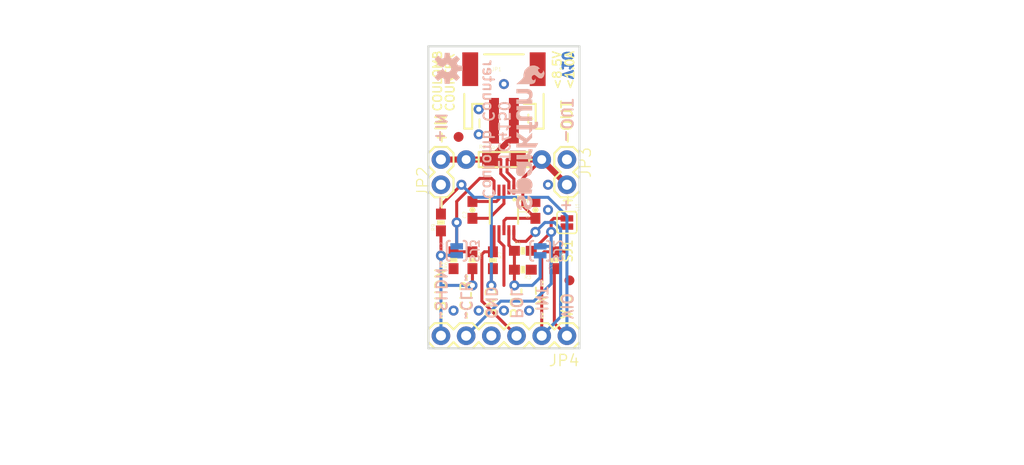
<source format=kicad_pcb>
(kicad_pcb (version 20211014) (generator pcbnew)
  (layers (0 "F.Cu" signal) (31 "B.Cu" signal) (34 "B.Paste" user) (35 "F.Paste" user) (36 "B.SilkS" user "B.Silkscreen") (37 "F.SilkS" user "F.Silkscreen") (38 "B.Mask" user) (39 "F.Mask" user) (44 "Edge.Cuts" user))
  (net 0 "")
  (net 1 "IN")
  (net 2 "N$3")
  (net 3 "N$4")
  (net 4 "~{INT}")
  (net 5 "POL")
  (net 6 "N$9")
  (net 7 "~{SHDN}")
  (net 8 "GND")
  (net 9 "OUT")
  (net 10 "VIO")
  (net 11 "~{CLR}")
  (net 12 "N$1")
  (footprint "boardEagle:1X06" (layer "F.Cu") (at 154.8511 118.9736 180)
    (fp_text reference "JP4" (at -1.3462 -1.8288 180) (layer "F.SilkS") (effects (font (size 1.143 1.143) (thickness 0.127)) (justify right top)))
    (fp_text value "")
    (fp_line (start 6.35 0.635) (end 5.715 1.27) (layer "F.SilkS") (width 0.2032))
    (fp_line (start 3.175 -1.27) (end 3.81 -0.635) (layer "F.SilkS") (width 0.2032))
    (fp_line (start 8.89 -0.635) (end 9.525 -1.27) (layer "F.SilkS") (width 0.2032))
    (fp_line (start 9.525 1.27) (end 8.89 0.635) (layer "F.SilkS") (width 0.2032))
    (fp_line (start 1.905 -1.27) (end 3.175 -1.27) (layer "F.SilkS") (width 0.2032))
    (fp_line (start 4.445 -1.27) (end 5.715 -1.27) (layer "F.SilkS") (width 0.2032))
    (fp_line (start 6.35 0.635) (end 6.985 1.27) (layer "F.SilkS") (width 0.2032))
    (fp_line (start 5.715 -1.27) (end 6.35 -0.635) (layer "F.SilkS") (width 0.2032))
    (fp_line (start 8.89 0.635) (end 8.255 1.27) (layer "F.SilkS") (width 0.2032))
    (fp_line (start 1.27 -0.635) (end 1.905 -1.27) (layer "F.SilkS") (width 0.2032))
    (fp_line (start 11.43 0.635) (end 10.795 1.27) (layer "F.SilkS") (width 0.2032))
    (fp_line (start -0.635 -1.27) (end 0.635 -1.27) (layer "F.SilkS") (width 0.2032))
    (fp_line (start 0.635 1.27) (end -0.635 1.27) (layer "F.SilkS") (width 0.2032))
    (fp_line (start 3.81 -0.635) (end 4.445 -1.27) (layer "F.SilkS") (width 0.2032))
    (fp_line (start -1.27 -0.635) (end -1.27 0.635) (layer "F.SilkS") (width 0.2032))
    (fp_line (start 3.81 0.635) (end 3.175 1.27) (layer "F.SilkS") (width 0.2032))
    (fp_line (start 6.985 -1.27) (end 8.255 -1.27) (layer "F.SilkS") (width 0.2032))
    (fp_line (start 1.27 0.635) (end 0.635 1.27) (layer "F.SilkS") (width 0.2032))
    (fp_line (start -0.635 -1.27) (end -1.27 -0.635) (layer "F.SilkS") (width 0.2032))
    (fp_line (start 12.065 -1.27) (end 13.335 -1.27) (layer "F.SilkS") (width 0.2032))
    (fp_line (start 8.255 -1.27) (end 8.89 -0.635) (layer "F.SilkS") (width 0.2032))
    (fp_line (start 9.525 -1.27) (end 10.795 -1.27) (layer "F.SilkS") (width 0.2032))
    (fp_line (start 4.445 1.27) (end 3.81 0.635) (layer "F.SilkS") (width 0.2032))
    (fp_line (start 13.97 -0.635) (end 13.97 0.635) (layer "F.SilkS") (width 0.2032))
    (fp_line (start 0.635 -1.27) (end 1.27 -0.635) (layer "F.SilkS") (width 0.2032))
    (fp_line (start 13.335 1.27) (end 12.065 1.27) (layer "F.SilkS") (width 0.2032))
    (fp_line (start 12.065 1.27) (end 11.43 0.635) (layer "F.SilkS") (width 0.2032))
    (fp_line (start 13.335 -1.27) (end 13.97 -0.635) (layer "F.SilkS") (width 0.2032))
    (fp_line (start -1.27 0.635) (end -0.635 1.27) (layer "F.SilkS") (width 0.2032))
    (fp_line (start 10.795 1.27) (end 9.525 1.27) (layer "F.SilkS") (width 0.2032))
    (fp_line (start 11.43 -0.635) (end 12.065 -1.27) (layer "F.SilkS") (width 0.2032))
    (fp_line (start 13.97 0.635) (end 13.335 1.27) (layer "F.SilkS") (width 0.2032))
    (fp_line (start 8.255 1.27) (end 6.985 1.27) (layer "F.SilkS") (width 0.2032))
    (fp_line (start 3.175 1.27) (end 1.905 1.27) (layer "F.SilkS") (width 0.2032))
    (fp_line (start 1.905 1.27) (end 1.27 0.635) (layer "F.SilkS") (width 0.2032))
    (fp_line (start 10.795 -1.27) (end 11.43 -0.635) (layer "F.SilkS") (width 0.2032))
    (fp_line (start 6.985 -1.27) (end 6.35 -0.635) (layer "F.SilkS") (width 0.2032))
    (fp_line (start 5.715 1.27) (end 4.445 1.27) (layer "F.SilkS") (width 0.2032))
    (pad "1" thru_hole circle (at 0 0 270) (size 1.8796 1.8796) (drill 1.016) (layers *.Cu *.Mask) (net 10 "VIO"))
    (pad "2" thru_hole circle (at 2.54 0 270) (size 1.8796 1.8796) (drill 1.016) (layers *.Cu *.Mask) (net 4 "~{INT}"))
    (pad "3" thru_hole circle (at 5.08 0 270) (size 1.8796 1.8796) (drill 1.016) (layers *.Cu *.Mask) (net 5 "POL"))
    (pad "4" thru_hole circle (at 7.62 0 270) (size 1.8796 1.8796) (drill 1.016) (layers *.Cu *.Mask) (net 8 "GND"))
    (pad "5" thru_hole circle (at 10.16 0 270) (size 1.8796 1.8796) (drill 1.016) (layers *.Cu *.Mask) (net 11 "~{CLR}"))
    (pad "6" thru_hole circle (at 12.7 0 270) (size 1.8796 1.8796) (drill 1.016) (layers *.Cu *.Mask) (net 7 "~{SHDN}"))
  )
  (footprint "boardEagle:SJ_2S" (layer "F.Cu") (at 154.8511 107.5436 -90)
    (fp_text reference "SJ1" (at -0.9498 -1.27 -90) (layer "F.SilkS") (effects (font (size 0.373888 0.373888) (thickness 0.032512)) (justify left bottom)))
    (fp_text value "")
    (fp_line (start 0.8 1) (end -0.8 1) (layer "F.SilkS") (width 0.1524))
    (fp_line (start 1.1 0.75) (end 1.1 -0.75) (layer "F.SilkS") (width 0.1524))
    (fp_line (start -1.1 0.75) (end -1.1 -0.75) (layer "F.SilkS") (width 0.1524))
    (fp_line (start -0.8 -1) (end 0.8 -1) (layer "F.SilkS") (width 0.1524))
    (fp_arc (start -1.1 -0.75) (mid -1.001777 -0.937132) (end -0.8 -1) (layer "F.SilkS") (width 0.1524))
    (fp_arc (start 0.8 -1) (mid 1.001777 -0.937132) (end 1.1 -0.75) (layer "F.SilkS") (width 0.1524))
    (fp_arc (start 1.1 0.75) (mid 1.001777 0.937132) (end 0.8 1) (layer "F.SilkS") (width 0.1524))
    (fp_arc (start -0.799998 1) (mid -1.001849 0.93722) (end -1.1 0.75) (layer "F.SilkS") (width 0.1524))
    (pad "1" smd rect (at -0.4119 0 270) (size 0.635 1.27) (layers "F.Cu" "F.Paste" "F.Mask") (net 11 "~{CLR}"))
    (pad "2" smd rect (at 0.4119 0 270) (size 0.635 1.27) (layers "F.Cu" "F.Paste" "F.Mask") (net 4 "~{INT}"))
  )
  (footprint "boardEagle:0603-CAP" (layer "F.Cu") (at 145.3261 106.2736 90)
    (fp_text reference "C2" (at -0.889 -0.762 90) (layer "F.SilkS") (effects (font (size 0.376489 0.376489) (thickness 0.029911)) (justify left)))
    (fp_text value "4.7uF")
    (fp_line (start 0 -0.0305) (end 0 0.0305) (layer "F.SilkS") (width 0.5588))
    (pad "1" smd rect (at -0.85 0 90) (size 1.1 1) (layers "F.Cu" "F.Paste" "F.Mask") (net 2 "N$3"))
    (pad "2" smd rect (at 0.85 0 90) (size 1.1 1) (layers "F.Cu" "F.Paste" "F.Mask") (net 3 "N$4"))
  )
  (footprint "boardEagle:CREATIVE_COMMONS" (layer "F.Cu") (at 118.0211 131.6736)
    (fp_text reference "FRAME1" hide)
    (fp_text value "FRAME-LETTER" hide)
  )
  (footprint "boardEagle:0603-RES" (layer "F.Cu") (at 153.5811 111.3536 -90)
    (fp_text reference "R5" (at -0.889 -0.762 90) (layer "F.SilkS") (effects (font (size 0.376489 0.376489) (thickness 0.029911)) (justify right)))
    (fp_text value "3.3K")
    (fp_poly (pts (xy -0.2286 0.381) (xy 0.2286 0.381) (xy 0.2286 -0.381) (xy -0.2286 -0.381)) (layer "F.SilkS") (width 0) (fill solid))
    (pad "1" smd rect (at -0.85 0 270) (size 1.1 1) (layers "F.Cu" "F.Paste" "F.Mask") (net 4 "~{INT}"))
    (pad "2" smd rect (at 0.85 0 270) (size 1.1 1) (layers "F.Cu" "F.Paste" "F.Mask") (net 10 "VIO"))
  )
  (footprint "boardEagle:FIDUCIAL-1X2" (layer "F.Cu") (at 143.9291 98.9076)
    (fp_text reference "FID1" hide)
    (fp_text value "FIDUCIAL1X2" hide)
    (pad "1" smd roundrect (at 0 0) (size 1 1) (layers "F.Cu" "F.Mask") (roundrect_rratio 0.5))
  )
  (footprint "boardEagle:1X02" (layer "F.Cu") (at 154.8511 101.1936 -90)
    (fp_text reference "JP3" (at -1.3462 -1.8288 90) (layer "F.SilkS") (effects (font (size 1.1557 1.1557) (thickness 0.1143)) (justify right)))
    (fp_text value "OUT")
    (fp_line (start 3.175 1.27) (end 1.905 1.27) (layer "F.SilkS") (width 0.2032))
    (fp_line (start 3.81 0.635) (end 3.175 1.27) (layer "F.SilkS") (width 0.2032))
    (fp_line (start 1.905 -1.27) (end 3.175 -1.27) (layer "F.SilkS") (width 0.2032))
    (fp_line (start 1.905 1.27) (end 1.27 0.635) (layer "F.SilkS") (width 0.2032))
    (fp_line (start -0.635 -1.27) (end -1.27 -0.635) (layer "F.SilkS") (width 0.2032))
    (fp_line (start 0.635 -1.27) (end 1.27 -0.635) (layer "F.SilkS") (width 0.2032))
    (fp_line (start 3.175 -1.27) (end 3.81 -0.635) (layer "F.SilkS") (width 0.2032))
    (fp_line (start 0.635 1.27) (end -0.635 1.27) (layer "F.SilkS") (width 0.2032))
    (fp_line (start 3.81 -0.635) (end 3.81 0.635) (layer "F.SilkS") (width 0.2032))
    (fp_line (start -0.635 -1.27) (end 0.635 -1.27) (layer "F.SilkS") (width 0.2032))
    (fp_line (start -1.27 0.635) (end -0.635 1.27) (layer "F.SilkS") (width 0.2032))
    (fp_line (start 1.27 0.635) (end 0.635 1.27) (layer "F.SilkS") (width 0.2032))
    (fp_line (start -1.27 -0.635) (end -1.27 0.635) (layer "F.SilkS") (width 0.2032))
    (fp_line (start 1.27 -0.635) (end 1.905 -1.27) (layer "F.SilkS") (width 0.2032))
    (pad "1" thru_hole circle (at 0 0) (size 1.8796 1.8796) (drill 1.016) (layers *.Cu *.Mask) (net 8 "GND"))
    (pad "2" thru_hole circle (at 2.54 0) (size 1.8796 1.8796) (drill 1.016) (layers *.Cu *.Mask) (net 9 "OUT"))
  )
  (footprint "boardEagle:0603-RES" (layer "F.Cu") (at 150.4061 110.4011)
    (fp_text reference "R4" (at -0.889 -0.762) (layer "F.SilkS") (effects (font (size 0.376489 0.376489) (thickness 0.029911)) (justify left)))
    (fp_text value "47K")
    (fp_poly (pts (xy -0.2286 0.381) (xy 0.2286 0.381) (xy 0.2286 -0.381) (xy -0.2286 -0.381)) (layer "F.SilkS") (width 0) (fill solid))
    (pad "1" smd rect (at -0.85 0) (size 1.1 1) (layers "F.Cu" "F.Paste" "F.Mask") (net 12 "N$1"))
    (pad "2" smd rect (at 0.85 0) (size 1.1 1) (layers "F.Cu" "F.Paste" "F.Mask") (net 11 "~{CLR}"))
  )
  (footprint "boardEagle:0603-RES" (layer "F.Cu") (at 142.1511 107.5436 90)
    (fp_text reference "R9" (at -0.889 -0.762 90) (layer "F.SilkS") (effects (font (size 0.376489 0.376489) (thickness 0.029911)) (justify left)))
    (fp_text value "3.3K")
    (fp_poly (pts (xy -0.2286 0.381) (xy 0.2286 0.381) (xy 0.2286 -0.381) (xy -0.2286 -0.381)) (layer "F.SilkS") (width 0) (fill solid))
    (pad "1" smd rect (at -0.85 0 90) (size 1.1 1) (layers "F.Cu" "F.Paste" "F.Mask") (net 7 "~{SHDN}"))
    (pad "2" smd rect (at 0.85 0 90) (size 1.1 1) (layers "F.Cu" "F.Paste" "F.Mask") (net 10 "VIO"))
  )
  (footprint "boardEagle:0603-RES" (layer "F.Cu") (at 145.3261 111.3536 -90)
    (fp_text reference "R8" (at -0.889 -0.762 90) (layer "F.SilkS") (effects (font (size 0.376489 0.376489) (thickness 0.029911)) (justify right)))
    (fp_text value "47K")
    (fp_poly (pts (xy -0.2286 0.381) (xy 0.2286 0.381) (xy 0.2286 -0.381) (xy -0.2286 -0.381)) (layer "F.SilkS") (width 0) (fill solid))
    (pad "1" smd rect (at -0.85 0 270) (size 1.1 1) (layers "F.Cu" "F.Paste" "F.Mask") (net 6 "N$9"))
    (pad "2" smd rect (at 0.85 0 270) (size 1.1 1) (layers "F.Cu" "F.Paste" "F.Mask") (net 7 "~{SHDN}"))
  )
  (footprint "boardEagle:0603-RES" (layer "F.Cu") (at 143.4211 111.3536 90)
    (fp_text reference "R6" (at -0.889 -0.762 90) (layer "F.SilkS") (effects (font (size 0.376489 0.376489) (thickness 0.029911)) (justify left)))
    (fp_text value "75K")
    (fp_poly (pts (xy -0.2286 0.381) (xy 0.2286 0.381) (xy 0.2286 -0.381) (xy -0.2286 -0.381)) (layer "F.SilkS") (width 0) (fill solid))
    (pad "1" smd rect (at -0.85 0 90) (size 1.1 1) (layers "F.Cu" "F.Paste" "F.Mask") (net 8 "GND"))
    (pad "2" smd rect (at 0.85 0 90) (size 1.1 1) (layers "F.Cu" "F.Paste" "F.Mask") (net 6 "N$9"))
  )
  (footprint "boardEagle:0603-CAP" (layer "F.Cu") (at 151.6761 106.2736 90)
    (fp_text reference "C1" (at -0.889 -0.762 90) (layer "F.SilkS") (effects (font (size 0.376489 0.376489) (thickness 0.029911)) (justify left)))
    (fp_text value "4.7uF")
    (fp_line (start 0 -0.0305) (end 0 0.0305) (layer "F.SilkS") (width 0.5588))
    (pad "1" smd rect (at -0.85 0 90) (size 1.1 1) (layers "F.Cu" "F.Paste" "F.Mask") (net 9 "OUT"))
    (pad "2" smd rect (at 0.85 0 90) (size 1.1 1) (layers "F.Cu" "F.Paste" "F.Mask") (net 8 "GND"))
  )
  (footprint "boardEagle:0603-RES" (layer "F.Cu") (at 147.38985 111.3536 -90)
    (fp_text reference "R7" (at -0.889 -0.762 90) (layer "F.SilkS") (effects (font (size 0.376489 0.376489) (thickness 0.029911)) (justify right)))
    (fp_text value "3.3K")
    (fp_poly (pts (xy -0.2286 0.381) (xy 0.2286 0.381) (xy 0.2286 -0.381) (xy -0.2286 -0.381)) (layer "F.SilkS") (width 0) (fill solid))
    (pad "1" smd rect (at -0.85 0 270) (size 1.1 1) (layers "F.Cu" "F.Paste" "F.Mask") (net 5 "POL"))
    (pad "2" smd rect (at 0.85 0 270) (size 1.1 1) (layers "F.Cu" "F.Paste" "F.Mask") (net 10 "VIO"))
  )
  (footprint "boardEagle:FIDUCIAL-1X2" (layer "F.Cu") (at 155.1051 113.3856)
    (fp_text reference "FID2" hide)
    (fp_text value "FIDUCIAL1X2" hide)
    (pad "1" smd roundrect (at 0 0) (size 1 1) (layers "F.Cu" "F.Mask") (roundrect_rratio 0.5))
  )
  (footprint "boardEagle:MSOP10" (layer "F.Cu") (at 148.5011 106.2736 180)
    (fp_text reference "U1" (at -1.974 1.504 90) (layer "F.SilkS") (effects (font (size 0.941222 0.941222) (thickness 0.074778)) (justify right)))
    (fp_text value "LTC4150")
    (fp_line (start 1.425 1.4) (end 1.425 -1.4) (layer "F.SilkS") (width 0.2032))
    (fp_line (start -1.425 -1.4) (end -1.425 1.4) (layer "F.SilkS") (width 0.2032))
    (fp_circle (center -1.05 1.05) (end -0.95 1.05) (layer "F.SilkS") (width 0.2) (fill solid))
    (pad "1" smd rect (at -1 2.05 180) (size 0.3 1) (layers "F.Cu") (net 9 "OUT"))
    (pad "2" smd rect (at -0.5 2.05 180) (size 0.3 1) (layers "F.Cu") (net 1 "IN"))
    (pad "3" smd rect (at 0 2.05 180) (size 0.3 1) (layers "F.Cu") (net 2 "N$3"))
    (pad "4" smd rect (at 0.5 2.05 180) (size 0.3 1) (layers "F.Cu") (net 3 "N$4"))
    (pad "5" smd rect (at 1 2.05 180) (size 0.3 1) (layers "F.Cu") (net 6 "N$9"))
    (pad "6" smd rect (at 1 -2.05) (size 0.3 1) (layers "F.Cu") (net 5 "POL"))
    (pad "7" smd rect (at 0.5 -2.05) (size 0.3 1) (layers "F.Cu") (net 8 "GND"))
    (pad "8" smd rect (at 0 -2.05) (size 0.3 1) (layers "F.Cu") (net 9 "OUT"))
    (pad "9" smd rect (at -0.5 -2.05) (size 0.3 1) (layers "F.Cu") (net 12 "N$1"))
    (pad "10" smd rect (at -1 -2.05) (size 0.3 1) (layers "F.Cu") (net 4 "~{INT}"))
  )
  (footprint "boardEagle:AXIAL-0.3" (layer "F.Cu") (at 148.5011 101.1936)
    (fp_text reference "R2" (at -2.54 -1.27) (layer "F.SilkS") (effects (font (size 0.376489 0.376489) (thickness 0.029911)) (justify left)))
    (fp_text value "DNP" hide)
    (fp_line (start 2.54 0.762) (end -2.54 0.762) (layer "F.SilkS") (width 0.2032))
    (fp_line (start 2.54 0) (end 2.794 0) (layer "F.SilkS") (width 0.2032))
    (fp_line (start -2.54 0.762) (end -2.54 0) (layer "F.SilkS") (width 0.2032))
    (fp_line (start 2.54 -0.762) (end 2.54 0) (layer "F.SilkS") (width 0.2032))
    (fp_line (start -2.54 -0.762) (end 2.54 -0.762) (layer "F.SilkS") (width 0.2032))
    (fp_line (start -2.54 0) (end -2.794 0) (layer "F.SilkS") (width 0.2032))
    (fp_line (start 2.54 0) (end 2.54 0.762) (layer "F.SilkS") (width 0.2032))
    (fp_line (start -2.54 0) (end -2.54 -0.762) (layer "F.SilkS") (width 0.2032))
    (pad "P$1" thru_hole circle (at -3.81 0) (size 1.8796 1.8796) (drill 0.9) (layers *.Cu *.Mask) (net 1 "IN"))
    (pad "P$2" thru_hole circle (at 3.81 0) (size 1.8796 1.8796) (drill 0.9) (layers *.Cu *.Mask) (net 9 "OUT"))
  )
  (footprint "boardEagle:1X02" (layer "F.Cu") (at 142.1511 103.7336 90)
    (fp_text reference "JP2" (at -1.3462 -1.8288 90) (layer "F.SilkS") (effects (font (size 1.1557 1.1557) (thickness 0.1143)) (justify left)))
    (fp_text value "IN")
    (fp_line (start 0.635 1.27) (end -0.635 1.27) (layer "F.SilkS") (width 0.2032))
    (fp_line (start 3.175 -1.27) (end 3.81 -0.635) (layer "F.SilkS") (width 0.2032))
    (fp_line (start -0.635 -1.27) (end 0.635 -1.27) (layer "F.SilkS") (width 0.2032))
    (fp_line (start -0.635 -1.27) (end -1.27 -0.635) (layer "F.SilkS") (width 0.2032))
    (fp_line (start -1.27 -0.635) (end -1.27 0.635) (layer "F.SilkS") (width 0.2032))
    (fp_line (start 1.27 -0.635) (end 1.905 -1.27) (layer "F.SilkS") (width 0.2032))
    (fp_line (start 0.635 -1.27) (end 1.27 -0.635) (layer "F.SilkS") (width 0.2032))
    (fp_line (start 1.905 -1.27) (end 3.175 -1.27) (layer "F.SilkS") (width 0.2032))
    (fp_line (start 3.81 0.635) (end 3.175 1.27) (layer "F.SilkS") (width 0.2032))
    (fp_line (start 3.81 -0.635) (end 3.81 0.635) (layer "F.SilkS") (width 0.2032))
    (fp_line (start 1.905 1.27) (end 1.27 0.635) (layer "F.SilkS") (width 0.2032))
    (fp_line (start 1.27 0.635) (end 0.635 1.27) (layer "F.SilkS") (width 0.2032))
    (fp_line (start 3.175 1.27) (end 1.905 1.27) (layer "F.SilkS") (width 0.2032))
    (fp_line (start -1.27 0.635) (end -0.635 1.27) (layer "F.SilkS") (width 0.2032))
    (pad "1" thru_hole circle (at 0 0 180) (size 1.8796 1.8796) (drill 1.016) (layers *.Cu *.Mask) (net 8 "GND"))
    (pad "2" thru_hole circle (at 2.54 0 180) (size 1.8796 1.8796) (drill 1.016) (layers *.Cu *.Mask) (net 1 "IN"))
  )
  (footprint "boardEagle:1206" (layer "F.Cu") (at 148.5011 101.1936)
    (fp_text reference "R1" (at -1.27 -1.143) (layer "F.SilkS") (effects (font (size 0.376489 0.376489) (thickness 0.029911)) (justify left)))
    (fp_text value "0.05")
    (pad "1" smd rect (at -1.4 0) (size 1.6 1.8) (layers "F.Cu" "F.Paste" "F.Mask") (net 1 "IN"))
    (pad "2" smd rect (at 1.4 0) (size 1.6 1.8) (layers "F.Cu" "F.Paste" "F.Mask") (net 9 "OUT"))
  )
  (footprint "boardEagle:0603-RES" (layer "F.Cu") (at 150.4061 112.3061 180)
    (fp_text reference "R3" (at -0.889 -0.762) (layer "F.SilkS") (effects (font (size 0.376489 0.376489) (thickness 0.029911)) (justify right)))
    (fp_text value "75K")
    (fp_poly (pts (xy -0.2286 0.381) (xy 0.2286 0.381) (xy 0.2286 -0.381) (xy -0.2286 -0.381)) (layer "F.SilkS") (width 0) (fill solid))
    (pad "1" smd rect (at -0.85 0 180) (size 1.1 1) (layers "F.Cu" "F.Paste" "F.Mask") (net 8 "GND"))
    (pad "2" smd rect (at 0.85 0 180) (size 1.1 1) (layers "F.Cu" "F.Paste" "F.Mask") (net 12 "N$1"))
  )
  (footprint "boardEagle:JST-2-SMD" (layer "F.Cu") (at 148.5011 93.5736)
    (fp_text reference "JP1" (at -1.27 -1.27) (layer "F.SilkS") (effects (font (size 0.373888 0.373888) (thickness 0.032512)) (justify left bottom)))
    (fp_text value "JST")
    (fp_line (start -3.2 2) (end -2 2) (layer "F.SilkS") (width 0.2032))
    (fp_line (start -4 1) (end -4 4.5) (layer "F.SilkS") (width 0.2032))
    (fp_line (start -3.2 4.5) (end -3.2 2) (layer "F.SilkS") (width 0.2032))
    (fp_line (start 4 4.5) (end 4 1) (layer "F.SilkS") (width 0.2032))
    (fp_line (start 2 2) (end 3.2 2) (layer "F.SilkS") (width 0.2032))
    (fp_line (start 3.2 2) (end 3.2 4.5) (layer "F.SilkS") (width 0.2032))
    (fp_line (start 3.2 4.5) (end 4 4.5) (layer "F.SilkS") (width 0.2032))
    (fp_line (start 2 -3) (end -2 -3) (layer "F.SilkS") (width 0.2032))
    (fp_line (start -4 4.5) (end -3.2 4.5) (layer "F.SilkS") (width 0.2032))
    (pad "1" smd rect (at -1 3.7) (size 1 4.6) (layers "F.Cu" "F.Paste" "F.Mask") (net 8 "GND"))
    (pad "2" smd rect (at 1 3.7) (size 1 4.6) (layers "F.Cu" "F.Paste" "F.Mask") (net 1 "IN"))
    (pad "NC1" smd rect (at -3.4 -1.5 90) (size 3.4 1.6) (layers "F.Cu" "F.Paste" "F.Mask"))
    (pad "NC2" smd rect (at 3.4 -1.5 90) (size 3.4 1.6) (layers "F.Cu" "F.Paste" "F.Mask"))
  )
  (footprint "boardEagle:SJ_2S-NO" (layer "B.Cu") (at 152.15235 110.4011 90)
    (fp_text reference "SJ2" (at -0.908 1.27 270) (layer "B.SilkS") (effects (font (size 0.373888 0.373888) (thickness 0.032512)) (justify left bottom mirror)))
    (fp_text value "")
    (fp_line (start 0.8 -1) (end -0.8 -1) (layer "B.SilkS") (width 0.2032))
    (fp_line (start -0.8 1) (end 0.8 1) (layer "B.SilkS") (width 0.2032))
    (fp_arc (start 1 0.7) (mid 0.962132 0.891421) (end 0.8 1) (layer "B.SilkS") (width 0.2032))
    (fp_arc (start -0.8 1) (mid -0.962132 0.891421) (end -1 0.7) (layer "B.SilkS") (width 0.2032))
    (fp_arc (start -1 -0.7) (mid -0.962132 -0.891421) (end -0.8 -1) (layer "B.SilkS") (width 0.2032))
    (fp_arc (start 0.8 -1) (mid 0.962132 -0.891421) (end 1 -0.7) (layer "B.SilkS") (width 0.2032))
    (pad "1" smd rect (at -0.45 0 90) (size 0.635 1.27) (layers "B.Cu" "B.Mask") (net 12 "N$1"))
    (pad "2" smd rect (at 0.45 0 90) (size 0.635 1.27) (layers "B.Cu" "B.Mask") (net 11 "~{CLR}"))
  )
  (footprint "boardEagle:OSHW-LOGO-S" (layer "B.Cu") (at 142.7861 91.9861 90)
    (fp_text reference "LOGO1" hide)
    (fp_text value "OSHW-LOGOS" hide)
    (fp_poly (pts (xy 0.301647 1.061351) (xy 0.42347 1.022344) (xy 0.537177 0.963769) (xy 0.92862 1.282946) (xy 1.282946 0.92862) (xy 0.961035 0.533823) (xy 1.057046 0.302084) (xy 1.5638 0.250561) (xy 1.5638 -0.250561) (xy 1.057046 -0.302084) (xy 0.961035 -0.533823) (xy 1.282946 -0.92862) (xy 0.92862 -1.282946) (xy 0.537177 -0.96377) (xy 0.356601 -1.056794) (xy 0.088679 -0.410073) (xy 0.326262 -0.2176) (xy 0.373649 -0.121468) (xy 0.392729 -0.010339) (xy 0.379464 0.101634) (xy 0.334947 0.205229) (xy 0.262842 0.291918) (xy 0.169087 0.354561) (xy 0.061406 0.387999) (xy -0.051342 0.38948) (xy -0.159868 0.358881) (xy -0.255234 0.298724) (xy -0.329589 0.213962) (xy -0.376813 0.111569) (xy -0.392176 0.005767) (xy -0.322923 -0.222565) (xy -0.249312 -0.303773) (xy 0.091677 -0.5081) (xy -0.12929 -0.5081) (xy -0.355332 -1.053732) (xy -0.506597 -0.983577) (xy -0.538922 -0.965192) (xy -0.92862 -1.282946) (xy -1.282946 -0.92862) (xy -0.961035 -0.533823) (xy -1.057046 -0.302084) (xy -1.5638 -0.250561) (xy -1.5638 0.250561) (xy -1.057046 0.302084) (xy -0.961035 0.533823) (xy -1.282946 0.92862) (xy -0.92862 1.282946) (xy -0.533823 0.961035) (xy -0.302084 1.057046) (xy -0.250561 1.5638) (xy 0.250561 1.5638)) (layer "B.SilkS") (width 0) (fill solid))
  )
  (footprint "boardEagle:SFE-LOGO-FLAME" (layer "B.Cu") (at 149.7711 93.5736 90)
    (fp_text reference "LOGO3" hide)
    (fp_text value "LOGO-SFESK" hide)
    (fp_poly (pts (xy 1.126002 2.808203) (xy 1.215449 2.785829) (xy 1.228477 2.780783) (xy 1.240149 2.774875) (xy 1.25686 2.766576) (xy 1.275552 2.759834) (xy 1.371694 2.7026) (xy 1.3793 2.7026) (xy 1.3793 2.6772) (xy 1.306833 2.6772) (xy 1.208418 2.657914) (xy 1.074855 2.495286) (xy 1.079365 2.436825) (xy 1.12809 2.341869) (xy 1.204666 2.265196) (xy 1.294069 2.200638) (xy 1.369348 2.168824) (xy 1.450737 2.171632) (xy 1.458864 2.174186) (xy 1.466257 2.177389) (xy 1.530514 2.236956) (xy 1.5368 2.259812) (xy 1.5368 2.377938) (xy 1.763707 2.148127) (xy 1.868186 1.856841) (xy 1.871603 1.856894) (xy 1.87806 1.650435) (xy 1.848857 1.45742) (xy 1.785308 1.272842) (xy 1.6663 1.061578) (xy 1.6663 1.080581) (xy 1.378131 0.80901) (xy 0.982239 0.6985) (xy 0.753005 0.6985) (xy 0.716201 0.692046) (xy 0.681776 0.679592) (xy 0.496322 0.541784) (xy -0.0126 -0.03091) (xy -0.0126 1.52077) (xy 0.060004 1.761967) (xy 0.168295 1.865489) (xy 0.307122 1.917522) (xy 0.4039 1.925089) (xy 0.499384 1.917623) (xy 0.55991 1.908099) (xy 0.557788 1.884433) (xy 0.522216 1.885242) (xy 0.501784 1.876141) (xy 0.420519 1.817154) (xy 0.400722 1.79067) (xy 0.390395 1.7285) (xy 0.400905 1.665229) (xy 0.421405 1.625174) (xy 0.452343 1.592685) (xy 0.546535 1.54355) (xy 0.652229 1.531742) (xy 0.742768 1.550084) (xy 0.82422 1.589656) (xy 0.92203 1.754659) (xy 0.907706 1.848844) (xy 0.850914 1.930401) (xy 0.584707 2.263237) (xy 0.561667 2.510855) (xy 0.627495 2.621556) (xy 0.629042 2.623103) (xy 0.778901 2.74712) (xy 1.032676 2.817064)) (layer "B.SilkS") (width 0) (fill solid))
  )
  (footprint "boardEagle:SJ_2S-NO" (layer "B.Cu") (at 143.7386 110.4011 -90)
    (fp_text reference "SJ3" (at -0.908 1.27 90) (layer "B.SilkS") (effects (font (size 0.373888 0.373888) (thickness 0.032512)) (justify left bottom mirror)))
    (fp_text value "")
    (fp_line (start -0.8 1) (end 0.8 1) (layer "B.SilkS") (width 0.2032))
    (fp_line (start 0.8 -1) (end -0.8 -1) (layer "B.SilkS") (width 0.2032))
    (fp_arc (start -1 -0.7) (mid -0.962132 -0.891421) (end -0.8 -1) (layer "B.SilkS") (width 0.2032))
    (fp_arc (start 0.8 -1) (mid 0.962132 -0.891421) (end 1 -0.7) (layer "B.SilkS") (width 0.2032))
    (fp_arc (start 1 0.7) (mid 0.962132 0.891421) (end 0.8 1) (layer "B.SilkS") (width 0.2032))
    (fp_arc (start -0.8 1) (mid -0.962132 0.891421) (end -1 0.7) (layer "B.SilkS") (width 0.2032))
    (pad "1" smd rect (at -0.45 0 270) (size 0.635 1.27) (layers "B.Cu" "B.Mask") (net 6 "N$9"))
    (pad "2" smd rect (at 0.45 0 270) (size 0.635 1.27) (layers "B.Cu" "B.Mask") (net 7 "~{SHDN}"))
  )
  (footprint "boardEagle:SFE-NEW-WEB" (layer "B.Cu") (at 148.8186 106.2736 90)
    (fp_text reference "LOGO2" hide)
    (fp_text value "LOGO-SFENW2" hide)
    (fp_line (start 11.7729 0.955) (end 11.7729 1.9202) (layer "B.SilkS") (width 0.0254))
    (fp_line (start 12.1818 0.955) (end 11.7729 0.955) (layer "B.SilkS") (width 0.0254))
    (fp_line (start 11.1379 0.9449) (end 10.7163 0.9449) (layer "B.SilkS") (width 0.0254))
    (fp_line (start 11.1201 2.2962) (end 11.1277 2.2962) (layer "B.SilkS") (width 0.0254))
    (fp_line (start 11.1201 2.5171) (end 11.1201 2.2962) (layer "B.SilkS") (width 0.0254))
    (fp_line (start 10.7163 2.5171) (end 11.1201 2.5171) (layer "B.SilkS") (width 0.0254))
    (fp_line (start 10.7163 0.9449) (end 10.7163 2.5171) (layer "B.SilkS") (width 0.0254))
    (fp_line (start 12.1818 2.0091) (end 12.1818 0.955) (layer "B.SilkS") (width 0.0254))
    (fp_line (start 11.1379 1.8136) (end 11.1379 0.9449) (layer "B.SilkS") (width 0.0254))
    (fp_arc (start 11.1379 1.8821) (mid 11.137681 1.84785) (end 11.1379 1.8136) (layer "B.SilkS") (width 0.0254))
    (fp_arc (start 11.2598 2.1692) (mid 11.206137 2.110016) (end 11.1684 2.0396) (layer "B.SilkS") (width 0.0254))
    (fp_arc (start 11.7678 2.5502) (mid 11.667584 2.556058) (end 11.5672 2.5552) (layer "B.SilkS") (width 0.0254))
    (fp_arc (start 11.1862 2.3571) (mid 11.172158 2.338081) (end 11.1582 2.319) (layer "B.SilkS") (width 0.0254))
    (fp_arc (start 11.5672 2.5552) (mid 11.411238 2.523841) (end 11.2725 2.446) (layer "B.SilkS") (width 0.0254))
    (fp_arc (start 12.1818 2.0091) (mid 12.172765 2.122002) (end 12.1488 2.2327) (layer "B.SilkS") (width 0.0254))
    (fp_arc (start 11.4198 2.2327) (mid 11.475702 2.235165) (end 11.5316 2.2377) (layer "B.SilkS") (width 0.0254))
    (fp_arc (start 11.2725 2.446) (mid 11.226399 2.404414) (end 11.1862 2.3571) (layer "B.SilkS") (width 0.0254))
    (fp_arc (start 11.7729 1.9202) (mid 11.758038 2.02962) (end 11.7145 2.1311) (layer "B.SilkS") (width 0.0254))
    (fp_arc (start 11.5976 2.2276) (mid 11.565101 2.235925) (end 11.5316 2.2377) (layer "B.SilkS") (width 0.0254))
    (fp_arc (start 11.1277 2.2962) (mid 11.137379 2.298176) (end 11.1455 2.3038) (layer "B.SilkS") (width 0.0254))
    (fp_arc (start 12.0345 2.425699) (mid 11.911985 2.51116) (end 11.7678 2.5502) (layer "B.SilkS") (width 0.0254))
    (fp_arc (start 11.1455 2.3038) (mid 11.152103 2.311188) (end 11.1582 2.319) (layer "B.SilkS") (width 0.0254))
    (fp_arc (start 11.4198 2.2327) (mid 11.334441 2.214452) (end 11.259799 2.1692) (layer "B.SilkS") (width 0.0254))
    (fp_arc (start 11.7145 2.1311) (mid 11.664346 2.1894) (end 11.5976 2.2276) (layer "B.SilkS") (width 0.0254))
    (fp_arc (start 11.1684 2.0396) (mid 11.146105 1.962214) (end 11.1379 1.8821) (layer "B.SilkS") (width 0.0254))
    (fp_arc (start 12.1488 2.232699) (mid 12.104013 2.336521) (end 12.0345 2.4257) (layer "B.SilkS") (width 0.0254))
    (fp_poly (pts (xy 2.834651 2.506079) (xy 2.92707 2.450683) (xy 3.011605 2.383731) (xy 3.1267 2.221709) (xy 3.1267 2.263503) (xy 3.219434 1.972794) (xy 3.236098 1.526727) (xy 3.068933 1.135798) (xy 2.975978 1.041462) (xy 2.864973 0.970996) (xy 2.740356 0.92713) (xy 2.372489 0.922) (xy 2.370226 0.922) (xy 2.254471 0.962806) (xy 2.0828 1.127587) (xy 2.0828 -0.010757) (xy 1.6434 0.385552) (xy 1.6434 2.45912) (xy 2.057593 2.537568) (xy 2.055012 2.330538) (xy 2.068304 2.345345) (xy 2.15812 2.442839) (xy 2.234107 2.497896) (xy 2.368681 2.552194) (xy 2.419192 2.562883) (xy 2.620347 2.565422)) (layer "B.SilkS") (width 0) (fill solid))
    (fp_poly (pts (xy 8.809435 3.119895) (xy 8.875117 3.1166) (xy 8.89 3.1166) (xy 8.89 2.7889) (xy 8.869112 2.7889) (xy 8.841108 2.7915) (xy 8.660351 2.7915) (xy 8.587936 2.740064) (xy 8.571192 2.699602) (xy 8.5649 2.653436) (xy 8.5649 2.5273) (xy 8.8621 2.5273) (xy 8.8621 2.2352) (xy 8.5623 2.2352) (xy 8.5623 0.9322) (xy 8.1204 0.9322) (xy 8.1204 2.232779) (xy 7.70383 2.235391) (xy 7.995739 2.5273) (xy 8.1255 2.5273) (xy 8.1255 2.560826) (xy 8.143432 2.77702) (xy 8.219199 2.938937) (xy 8.324367 3.032939) (xy 8.449534 3.095959) (xy 8.586403 3.1242) (xy 8.743112 3.1242)) (layer "B.SilkS") (width 0) (fill solid))
    (fp_poly (pts (xy 6.1316 2.557116) (xy 6.1316 2.1463) (xy 6.115783 2.1463) (xy 6.10653 2.147054) (xy 6.097893 2.149211) (xy 6.068387 2.157247) (xy 6.038922 2.161538) (xy 5.96265 2.16474) (xy 5.887609 2.16159) (xy 5.731931 2.107297) (xy 5.637642 2.018651) (xy 5.577302 1.903423) (xy 5.5499 1.736362) (xy 5.5499 0.9423) (xy 5.107878 0.9423) (xy 5.110519 2.454146) (xy 5.522 2.527255) (xy 5.522 2.234211) (xy 5.526569 2.235704) (xy 5.544428 2.262537) (xy 5.578841 2.314524) (xy 5.613758 2.367854) (xy 5.686736 2.438162) (xy 5.778008 2.498223) (xy 5.979984 2.565515)) (layer "B.SilkS") (width 0) (fill solid))
    (fp_poly (pts (xy 1.201557 2.290098) (xy 1.414074 2.156268) (xy 1.42383 2.065) (xy 1.01008 2.065) (xy 1.00135 2.126336) (xy 0.936084 2.220524) (xy 0.871818 2.257603) (xy 0.798545 2.2758) (xy 0.628591 2.2758) (xy 0.583991 2.267366) (xy 0.541641 2.251683) (xy 0.51157 2.232098) (xy 0.488615 2.205726) (xy 0.469153 2.152745) (xy 0.474605 2.097619) (xy 0.521549 2.031824) (xy 0.664468 1.962838) (xy 0.866638 1.922444) (xy 1.206678 1.822687) (xy 1.354318 1.729494) (xy 1.389578 1.692366) (xy 1.416579 1.648151) (xy 1.460229 1.440208) (xy 1.447804 1.4376) (xy 1.460484 1.436955) (xy 1.457817 1.384541) (xy 1.452657 1.33034) (xy 1.371775 1.140043) (xy 1.14885 0.969822) (xy 1.013381 0.927267) (xy 0.74708 0.904177) (xy 0.617383 0.909691) (xy 0.487493 0.922202) (xy 0.306845 0.984179) (xy 0.185213 1.061804) (xy 0.109225 1.132023) (xy 0.056988 1.2215) (xy 0.013059 1.350644) (xy 0.002577 1.410659) (xy -0.00152 1.469003) (xy 0.738195 1.10308) (xy 1.120535 1.189415) (xy 1.224069 1.497645) (xy 0.809011 1.723764) (xy 0.364394 1.98847) (xy 0.308075 2.310537) (xy 0.741882 2.423672)) (layer "B.SilkS") (width 0) (fill solid))
    (fp_poly (pts (xy 9.4234 1.520809) (xy 9.472888 1.359974) (xy 9.516069 1.308185) (xy 9.573108 1.271734) (xy 9.714103 1.241374) (xy 9.853529 1.268908) (xy 10.003067 1.442966) (xy 10.033 1.684784) (xy 10.033 2.5273) (xy 10.48 2.5273) (xy 10.48 0.9398) (xy 10.0533 0.9398) (xy 10.0533 1.159713) (xy 9.961626 1.051965) (xy 9.823848 0.946774) (xy 9.797269 0.933513) (xy 9.76873 0.924761) (xy 9.46843 0.899096) (xy 9.311419 0.929258) (xy 9.173895 1.0008) (xy 9.172522 1.0008) (xy 9.155194 1.014756) (xy 9.141833 1.028106) (xy 9.055991 1.150842) (xy 9.0022 1.291099) (xy 8.984 1.439423) (xy 8.984 2.5324) (xy 9.4234 2.5324)) (layer "B.SilkS") (width 0) (fill solid))
    (fp_poly (pts (xy 11.770768 2.56283) (xy 12.043428 2.435548) (xy 12.160999 2.237024) (xy 12.1945 2.010032) (xy 12.1945 0.9423) (xy 11.7602 0.9423) (xy 11.7602 1.918474) (xy 11.70302 2.124971) (xy 11.656141 2.179464) (xy 11.593345 2.215403) (xy 11.53092 2.224956) (xy 11.476269 2.222478) (xy 11.422495 2.220106) (xy 11.268 2.158791) (xy 11.18035 2.034508) (xy 11.1506 1.880883) (xy 11.1506 0.9322) (xy 10.7036 0.9322) (xy 10.7036 2.5298) (xy 11.1328 2.5298) (xy 11.1328 2.310454) (xy 11.136857 2.313263) (xy 11.148195 2.326834) (xy 11.161924 2.345602) (xy 11.176241 2.364992) (xy 11.217267 2.413279) (xy 11.265048 2.456381) (xy 11.406772 2.535896) (xy 11.566093 2.567932)) (layer "B.SilkS") (width 0) (fill solid))
    (fp_poly (pts (xy 0.803285 2.567895) (xy 0.944243 2.553799) (xy 1.081508 2.516334) (xy 1.193542 2.461399) (xy 1.291841 2.383865) (xy 1.357039 2.297824) (xy 1.377068 2.257603) (xy 1.393653 2.216867) (xy 1.417283 2.151914) (xy 1.353784 2.105111) (xy 1.152335 2.254241) (xy 0.736496 2.387002) (xy 0.372563 2.277101) (xy 0.417885 2.019712) (xy 1.241556 1.540676) (xy 1.263422 1.497067) (xy 1.147655 1.152457) (xy 0.724605 1.058492) (xy -0.038666 1.4605) (xy 0.4115 1.4605) (xy 0.4115 1.443466) (xy 0.420402 1.369907) (xy 0.454647 1.305856) (xy 0.524204 1.243359) (xy 0.610838 1.206018) (xy 0.637726 1.200933) (xy 0.665996 1.198897) (xy 0.7328 1.198389) (xy 0.79791 1.198884) (xy 0.968129 1.258019) (xy 1.007666 1.302193) (xy 1.028603 1.358428) (xy 1.025789 1.425439) (xy 0.995864 1.485288) (xy 0.943734 1.527918) (xy 0.715431 1.605731) (xy 0.533161 1.644154) (xy 0.351479 1.692254) (xy 0.230117 1.743632) (xy 0.122357 1.822697) (xy 0.0457 1.960096) (xy 0.0457 1.963141) (xy 0.038572 2.135467) (xy 0.0838 2.300409) (xy 0.0838 2.303445) (xy 0.206233 2.444416) (xy 0.620397 2.567885) (xy 0.71245 2.568634)) (layer "B.SilkS") (width 0) (fill solid))
    (fp_poly (pts (xy 6.7335 1.97376) (xy 7.284539 2.5248) (xy 7.78835 2.5248) (xy 7.197009 1.946483) (xy 7.869909 0.937183) (xy 7.330929 0.939835) (xy 6.903958 1.643716) (xy 6.7386 1.483032) (xy 6.7386 0.9296) (xy 6.306639 0.9296) (xy 6.2941 0.942139) (xy 6.2941 2.887776) (xy 6.7335 3.138467)) (layer "B.SilkS") (width 0) (fill solid))
    (fp_poly (pts (xy 4.444983 2.544915) (xy 4.588724 2.501712) (xy 4.72259 2.430523) (xy 4.844814 2.271666) (xy 4.859671 2.1819) (xy 4.8616 2.1819) (xy 4.8616 1.6891) (xy 4.864173 1.6891) (xy 4.861603 1.242544) (xy 4.871819 1.108765) (xy 4.906709 0.979276) (xy 4.920484 0.9423) (xy 4.495275 0.9423) (xy 4.477494 0.951279) (xy 4.472002 0.970735) (xy 4.468249 0.985133) (xy 4.446292 1.084946) (xy 4.440321 1.089528) (xy 4.438946 1.088886) (xy 4.309064 0.98859) (xy 4.153188 0.927249) (xy 3.824183 0.906712) (xy 3.683825 0.938256) (xy 3.554173 1.000134) (xy 3.486826 1.05665) (xy 3.437273 1.130532) (xy 3.3807 1.444163) (xy 3.3807 1.446675) (xy 3.401941 1.543624) (xy 3.446308 1.632822) (xy 3.527788 1.722902) (xy 3.632416 1.784766) (xy 3.937258 1.861632) (xy 4.048648 1.873601) (xy 4.159032 1.884616) (xy 4.224808 1.893434) (xy 4.289167 1.907055) (xy 4.336271 1.923637) (xy 4.379043 1.948303) (xy 4.407461 1.974391) (xy 4.413402 1.982997) (xy 4.4171 1.991455) (xy 4.4171 2.14983) (xy 4.358226 2.232254) (xy 4.254396 2.270917) (xy 4.188033 2.274326) (xy 4.120968 2.275774) (xy 4.006679 2.25395) (xy 3.883049 2.131716) (xy 3.8659 2.045941) (xy 3.8659 2.0295) (xy 3.429 2.0295) (xy 3.429 2.040006) (xy 3.418965 2.041638) (xy 3.439259 2.166448) (xy 3.491292 2.283494) (xy 3.571378 2.383462) (xy 3.674008 2.459597) (xy 3.791998 2.513469) (xy 3.916944 2.547448) (xy 4.18103 2.571338)) (layer "B.SilkS") (width 0) (fill solid))
  )
  (gr_line (start 156.1211 120.2436) (end 156.1211 89.7636) (layer "Edge.Cuts") (width 0.2032))
  (gr_line (start 140.8811 89.7636) (end 140.8811 120.2436) (layer "Edge.Cuts") (width 0.2032))
  (gr_line (start 140.8811 120.2436) (end 156.1211 120.2436) (layer "Edge.Cuts") (width 0.2032))
  (gr_line (start 156.1211 89.7636) (end 140.8811 89.7636) (layer "Edge.Cuts") (width 0.2032))
  (gr_text "V10" (at 155.4861 90.0811 -90) (layer "B.Cu") (effects (font (size 1.016 1.016) (thickness 0.254)) (justify right top mirror)))
  (gr_text "LTC4150" (at 149.1361 95.1611 -90) (layer "B.SilkS") (effects (font (size 1.0795 1.0795) (thickness 0.1905)) (justify right top mirror)))
  (gr_text "Coulomb Counter" (at 147.5486 91.0336 -90) (layer "B.SilkS") (effects (font (size 1.0795 1.0795) (thickness 0.1905)) (justify right top mirror)))
  (gr_text "~INT~" (at 151.6761 117.3861 -90) (layer "B.SilkS") (effects (font (size 1.0795 1.0795) (thickness 0.1905)) (justify left bottom mirror)))
  (gr_text "~CLR~" (at 144.0561 117.3861 -90) (layer "B.SilkS") (effects (font (size 1.0795 1.0795) (thickness 0.1905)) (justify left bottom mirror)))
  (gr_text "GND" (at 146.5961 117.3861 -90) (layer "B.SilkS") (effects (font (size 1.0795 1.0795) (thickness 0.1905)) (justify left bottom mirror)))
  (gr_text "POL" (at 149.1361 117.3861 -90) (layer "B.SilkS") (effects (font (size 1.0795 1.0795) (thickness 0.1905)) (justify left bottom mirror)))
  (gr_text "-OUT" (at 154.2161 99.6061 -90) (layer "B.SilkS") (effects (font (size 1.0795 1.0795) (thickness 0.1905)) (justify left bottom mirror)))
  (gr_text "-" (at 141.5161 106.2736 -90) (layer "B.SilkS") (effects (font (size 1.0795 1.0795) (thickness 0.1905)) (justify left bottom mirror)))
  (gr_text "+" (at 155.4861 105.0036 -90) (layer "B.SilkS") (effects (font (size 1.0795 1.0795) (thickness 0.1905)) (justify right top mirror)))
  (gr_text "+IN" (at 141.5161 99.6061 -90) (layer "B.SilkS") (effects (font (size 1.0795 1.0795) (thickness 0.1905)) (justify left bottom mirror)))
  (gr_text "SJ3" (at 145.0086 111.6711 -90) (layer "B.SilkS") (effects (font (size 0.8636 0.8636) (thickness 0.1524)) (justify left bottom mirror)))
  (gr_text "~SHDN~" (at 141.5161 117.3861 -90) (layer "B.SilkS") (effects (font (size 1.0795 1.0795) (thickness 0.1905)) (justify left bottom mirror)))
  (gr_text "SJ2" (at 153.42235 111.6711 -90) (layer "B.SilkS") (effects (font (size 0.8636 0.8636) (thickness 0.1524)) (justify left bottom mirror)))
  (gr_text "VIO" (at 154.2161 117.3861 -90) (layer "B.SilkS") (effects (font (size 1.0795 1.0795) (thickness 0.1905)) (justify left bottom mirror)))
  (gr_text "-" (at 145.3261 96.7486 90) (layer "F.SilkS") (effects (font (size 1.0795 1.0795) (thickness 0.1905)) (justify right top)))
  (gr_text "~SHDN~" (at 142.7861 117.3861 90) (layer "F.SilkS") (effects (font (size 1.0795 1.0795) (thickness 0.1905)) (justify left bottom)))
  (gr_text "VIO" (at 155.4861 117.3861 90) (layer "F.SilkS") (effects (font (size 1.0795 1.0795) (thickness 0.1905)) (justify left bottom)))
  (gr_text "+" (at 151.51735 97.85985 90) (layer "F.SilkS") (effects (font (size 1.0795 1.0795) (thickness 0.1905)) (justify left bottom)))
  (gr_text "+IN" (at 142.7861 99.76485 90) (layer "F.SilkS") (effects (font (size 1.0795 1.0795) (thickness 0.1905)) (justify left bottom)))
  (gr_text "<1.0A" (at 155.64485 94.2086 90) (layer "F.SilkS") (effects (font (size 0.8636 0.8636) (thickness 0.1524)) (justify left bottom)))
  (gr_text "+" (at 155.4861 106.11485 90) (layer "F.SilkS") (effects (font (size 1.0795 1.0795) (thickness 0.1905)) (justify left bottom)))
  (gr_text "COULOMB" (at 142.30985 96.4311 90) (layer "F.SilkS") (effects (font (size 0.8636 0.8636) (thickness 0.1524)) (justify left bottom)))
  (gr_text "~INT~" (at 152.9461 117.3861 90) (layer "F.SilkS") (effects (font (size 1.0795 1.0795) (thickness 0.1905)) (justify left bottom)))
  (gr_text "<8.5V" (at 154.37485 94.2086 90) (layer "F.SilkS") (effects (font (size 0.8636 0.8636) (thickness 0.1524)) (justify left bottom)))
  (gr_text "~CLR~" (at 145.3261 117.3861 90) (layer "F.SilkS") (effects (font (size 1.0795 1.0795) (thickness 0.1905)) (justify left bottom)))
  (gr_text "-" (at 141.5161 104.84485 90) (layer "F.SilkS") (effects (font (size 1.0795 1.0795) (thickness 0.1905)) (justify right top)))
  (gr_text "GND" (at 147.8661 117.3861 90) (layer "F.SilkS") (effects (font (size 1.0795 1.0795) (thickness 0.1905)) (justify left bottom)))
  (gr_text "-OUT" (at 155.4861 99.76485 90) (layer "F.SilkS") (effects (font (size 1.0795 1.0795) (thickness 0.1905)) (justify left bottom)))
  (gr_text "SJ1" (at 155.4861 111.6711 90) (layer "F.SilkS") (effects (font (size 0.8636 0.8636) (thickness 0.1524)) (justify left bottom)))
  (gr_text "POL" (at 150.4061 117.3861 90) (layer "F.SilkS") (effects (font (size 1.0795 1.0795) (thickness 0.1905)) (justify left bottom)))
  (gr_text "COUNTER" (at 143.57985 96.4311 90) (layer "F.SilkS") (effects (font (size 0.8636 0.8636) (thickness 0.1524)) (justify left bottom)))
  (segment (start 149.0011 103.43985) (end 149.0011 104.2236) (width 0.3048) (layer "F.Cu") (net 1))
  (segment (start 148.1836 102.62235) (end 149.0011 103.43985) (width 0.3048) (layer "F.Cu") (net 1))
  (segment (start 149.5011 97.2736) (end 149.5011 98.7936) (width 0.6096) (layer "F.Cu") (net 1))
  (segment (start 149.5011 98.7936) (end 147.1011 101.1936) (width 0.6096) (layer "F.Cu") (net 1))
  (segment (start 148.1836 101.1936) (end 148.1836 102.62235) (width 0.3048) (layer "F.Cu") (net 1))
  (segment (start 147.1011 101.1936) (end 148.1836 101.1936) (width 0.3048) (layer "F.Cu") (net 1))
  (segment (start 142.1511 101.1936) (end 144.6911 101.1936) (width 0.6096) (layer "F.Cu") (net 1))
  (segment (start 144.6911 101.1936) (end 147.1011 101.1936) (width 0.6096) (layer "F.Cu") (net 1))
  (segment (start 148.5011 105.6386) (end 148.5011 104.2236) (width 0.3048) (layer "F.Cu") (net 2))
  (segment (start 145.3261 107.1236) (end 147.0161 107.1236) (width 0.3048) (layer "F.Cu") (net 2))
  (segment (start 147.0161 107.1236) (end 148.5011 105.6386) (width 0.3048) (layer "F.Cu") (net 2))
  (segment (start 147.7471 105.4236) (end 148.0011 105.1696) (width 0.3048) (layer "F.Cu") (net 3))
  (segment (start 148.0011 105.1696) (end 148.0011 104.2236) (width 0.3048) (layer "F.Cu") (net 3))
  (segment (start 145.3261 105.4236) (end 147.7471 105.4236) (width 0.3048) (layer "F.Cu") (net 3))
  (segment (start 150.7236 109.4486) (end 151.6761 108.4961) (width 0.3048) (layer "F.Cu") (net 4))
  (segment (start 154.5971 110.5036) (end 154.8511 110.2496) (width 0.3048) (layer "F.Cu") (net 4))
  (segment (start 152.3111 110.7576) (end 152.5651 110.5036) (width 0.3048) (layer "F.Cu") (net 4))
  (segment (start 149.5011 109.1946) (end 149.7551 109.4486) (width 0.3048) (layer "F.Cu") (net 4))
  (segment (start 149.7551 109.4486) (end 150.7236 109.4486) (width 0.3048) (layer "F.Cu") (net 4))
  (segment (start 155.2321 107.9555) (end 154.8511 107.9555) (width 0.3048) (layer "F.Cu") (net 4))
  (segment (start 154.8511 110.2496) (end 154.8511 107.9555) (width 0.3048) (layer "F.Cu") (net 4))
  (segment (start 149.5011 108.3236) (end 149.5011 109.1946) (width 0.3048) (layer "F.Cu") (net 4))
  (segment (start 152.3111 118.9736) (end 152.3111 110.7576) (width 0.3048) (layer "F.Cu") (net 4))
  (segment (start 152.5651 110.5036) (end 153.5811 110.5036) (width 0.3048) (layer "F.Cu") (net 4))
  (segment (start 153.5811 110.5036) (end 154.5971 110.5036) (width 0.3048) (layer "F.Cu") (net 4))
  (via (at 151.6761 108.4961) (size 1.016) (drill 0.508) (layers "F.Cu" "B.Cu") (net 4))
  (segment (start 154.2161 117.0686) (end 154.2161 115.7986) (width 0.3048) (layer "B.Cu") (net 4))
  (segment (start 154.2161 108.1786) (end 154.2161 115.7986) (width 0.3048) (layer "B.Cu") (net 4))
  (segment (start 152.3111 118.9736) (end 154.2161 117.0686) (width 0.3048) (layer "B.Cu") (net 4))
  (segment (start 153.5811 107.5436) (end 154.2161 108.1786) (width 0.3048) (layer "B.Cu") (net 4))
  (segment (start 151.6761 108.4961) (end 152.6286 107.5436) (width 0.3048) (layer "B.Cu") (net 4))
  (segment (start 152.6286 107.5436) (end 153.5811 107.5436) (width 0.3048) (layer "B.Cu") (net 4))
  (segment (start 146.5326 110.5036) (end 146.2786 110.7576) (width 0.3048) (layer "F.Cu") (net 5))
  (segment (start 147.5011 110.5036) (end 147.38985 110.5036) (width 0.3048) (layer "F.Cu") (net 5))
  (segment (start 147.5011 108.3236) (end 147.5011 110.5036) (width 0.3048) (layer "F.Cu") (net 5))
  (segment (start 146.2786 110.7576) (end 146.2786 115.4811) (width 0.3048) (layer "F.Cu") (net 5))
  (segment (start 146.2786 115.4811) (end 149.7711 118.9736) (width 0.3048) (layer "F.Cu") (net 5))
  (segment (start 147.38985 110.5036) (end 146.5326 110.5036) (width 0.3048) (layer "F.Cu") (net 5))
  (segment (start 146.064143 103.0986) (end 143.7386 105.424144) (width 0.3048) (layer "F.Cu") (net 6))
  (segment (start 143.7386 110.5036) (end 143.7386 107.5436) (width 0.3048) (layer "F.Cu") (net 6))
  (segment (start 147.2471 103.0986) (end 147.5011 103.3526) (width 0.3048) (layer "F.Cu") (net 6))
  (segment (start 147.5011 103.3526) (end 147.5011 104.2236) (width 0.3048) (layer "F.Cu") (net 6))
  (segment (start 146.064143 103.0986) (end 147.2471 103.0986) (width 0.3048) (layer "F.Cu") (net 6))
  (segment (start 145.3261 110.5036) (end 143.7386 110.5036) (width 0.3048) (layer "F.Cu") (net 6))
  (segment (start 143.4211 110.5036) (end 143.7386 110.5036) (width 0.3048) (layer "F.Cu") (net 6))
  (segment (start 143.7386 105.424144) (end 143.7386 107.5436) (width 0.3048) (layer "F.Cu") (net 6))
  (via (at 143.7386 107.5436) (size 1.016) (drill 0.508) (layers "F.Cu" "B.Cu") (net 6))
  (segment (start 143.7386 109.9511) (end 143.7386 107.5436) (width 0.3048) (layer "B.Cu") (net 6))
  (segment (start 145.3261 112.2036) (end 145.3261 113.8936) (width 0.3048) (layer "F.Cu") (net 7))
  (segment (start 142.1511 108.3936) (end 142.1511 110.87735) (width 0.3048) (layer "F.Cu") (net 7))
  (via (at 145.3261 113.8936) (size 1.016) (drill 0.508) (layers "F.Cu" "B.Cu") (net 7))
  (via (at 142.1511 110.87735) (size 1.016) (drill 0.508) (layers "F.Cu" "B.Cu") (net 7))
  (segment (start 142.1511 110.87735) (end 142.1511 113.8936) (width 0.3048) (layer "B.Cu") (net 7))
  (segment (start 145.3261 113.8936) (end 142.1511 113.8936) (width 0.3048) (layer "B.Cu") (net 7))
  (segment (start 142.1511 110.8511) (end 143.7386 110.8511) (width 0.3048) (layer "B.Cu") (net 7))
  (segment (start 142.1511 113.8936) (end 142.1511 118.9736) (width 0.3048) (layer "B.Cu") (net 7))
  (segment (start 142.1511 110.8511) (end 142.1511 110.87735) (width 0.3048) (layer "B.Cu") (net 7))
  (segment (start 148.5011 109.92485) (end 148.5011 113.8936) (width 0.3048) (layer "F.Cu") (net 8))
  (segment (start 148.0011 108.3236) (end 148.0011 109.42485) (width 0.3048) (layer "F.Cu") (net 8))
  (segment (start 148.0011 109.42485) (end 148.5011 109.92485) (width 0.3048) (layer "F.Cu") (net 8))
  (via (at 148.5011 116.4336) (size 1.016) (drill 0.508) (layers "F.Cu" "B.Cu") (net 8))
  (via (at 152.9461 103.7336) (size 1.016) (drill 0.508) (layers "F.Cu" "B.Cu") (net 8))
  (via (at 151.0411 116.4336) (size 1.016) (drill 0.508) (layers "F.Cu" "B.Cu") (net 8))
  (via (at 152.9461 106.2736) (size 1.016) (drill 0.508) (layers "F.Cu" "B.Cu") (net 8))
  (via (at 145.9611 98.6536) (size 1.016) (drill 0.508) (layers "F.Cu" "B.Cu") (net 8))
  (via (at 143.4211 116.4336) (size 1.016) (drill 0.508) (layers "F.Cu" "B.Cu") (net 8))
  (via (at 145.9611 116.4336) (size 1.016) (drill 0.508) (layers "F.Cu" "B.Cu") (net 8))
  (via (at 148.5011 93.5736) (size 1.016) (drill 0.508) (layers "F.Cu" "B.Cu") (net 8))
  (via (at 145.9611 96.1136) (size 1.016) (drill 0.508) (layers "F.Cu" "B.Cu") (net 8))
  (segment (start 148.8186 101.1936) (end 148.8186 102.4636) (width 0.3048) (layer "F.Cu") (net 9))
  (segment (start 152.3111 101.1936) (end 154.8511 103.7336) (width 0.6096) (layer "F.Cu") (net 9))
  (segment (start 148.5011 107.3776) (end 148.7551 107.1236) (width 0.3048) (layer "F.Cu") (net 9))
  (segment (start 150.4061 105.8536) (end 150.4061 103.0986) (width 0.3048) (layer "F.Cu") (net 9))
  (segment (start 149.5011 103.1461) (end 149.5011 104.2236) (width 0.3048) (layer "F.Cu") (net 9))
  (segment (start 148.5011 108.3236) (end 148.5011 107.3776) (width 0.3048) (layer "F.Cu") (net 9))
  (segment (start 150.4061 103.0986) (end 152.3111 101.1936) (width 0.3048) (layer "F.Cu") (net 9))
  (segment (start 148.8186 102.4636) (end 149.5011 103.1461) (width 0.3048) (layer "F.Cu") (net 9))
  (segment (start 151.6761 107.1236) (end 150.4061 105.8536) (width 0.3048) (layer "F.Cu") (net 9))
  (segment (start 148.7551 107.1236) (end 151.6761 107.1236) (width 0.3048) (layer "F.Cu") (net 9))
  (segment (start 149.9011 101.1936) (end 152.3111 101.1936) (width 0.6096) (layer "F.Cu") (net 9))
  (segment (start 149.9011 101.1936) (end 148.8186 101.1936) (width 0.3048) (layer "F.Cu") (net 9))
  (segment (start 147.2311 112.2036) (end 147.2311 113.8936) (width 0.3048) (layer "F.Cu") (net 10))
  (segment (start 153.5811 117.7036) (end 154.8511 118.9736) (width 0.3048) (layer "F.Cu") (net 10))
  (segment (start 142.1511 105.79735) (end 142.1511 106.6936) (width 0.3048) (layer "F.Cu") (net 10))
  (segment (start 147.38985 112.2036) (end 147.2311 112.2036) (width 0.3048) (layer "F.Cu") (net 10))
  (segment (start 153.5811 112.2036) (end 153.5811 117.7036) (width 0.3048) (layer "F.Cu") (net 10))
  (segment (start 144.21485 103.7336) (end 142.1511 105.79735) (width 0.3048) (layer "F.Cu") (net 10))
  (via (at 144.21485 103.7336) (size 1.016) (drill 0.508) (layers "F.Cu" "B.Cu") (net 10))
  (via (at 147.2311 113.8936) (size 1.016) (drill 0.508) (layers "F.Cu" "B.Cu") (net 10))
  (segment (start 154.8511 106.9086) (end 154.8511 118.9736) (width 0.3048) (layer "B.Cu") (net 10))
  (segment (start 152.9461 105.0036) (end 154.8511 106.9086) (width 0.3048) (layer "B.Cu") (net 10))
  (segment (start 144.21485 103.7336) (end 145.48485 105.0036) (width 0.3048) (layer "B.Cu") (net 10))
  (segment (start 147.2311 113.8936) (end 147.2311 105.0036) (width 0.3048) (layer "B.Cu") (net 10))
  (segment (start 145.48485 105.0036) (end 147.2311 105.0036) (width 0.3048) (layer "B.Cu") (net 10))
  (segment (start 147.2311 105.0036) (end 152.9461 105.0036) (width 0.3048) (layer "B.Cu") (net 10))
  (segment (start 151.3586 110.4011) (end 151.2561 110.4011) (width 0.3048) (layer "F.Cu") (net 11))
  (segment (start 154.8511 107.1317) (end 153.5176 107.1317) (width 0.3048) (layer "F.Cu") (net 11))
  (segment (start 153.2636 107.3857) (end 153.2636 108.4961) (width 0.3048) (layer "F.Cu") (net 11))
  (segment (start 153.2636 108.4961) (end 151.3586 110.4011) (width 0.3048) (layer "F.Cu") (net 11))
  (segment (start 153.5176 107.1317) (end 153.2636 107.3857) (width 0.3048) (layer "F.Cu") (net 11))
  (via (at 153.2636 108.4961) (size 1.016) (drill 0.508) (layers "F.Cu" "B.Cu") (net 11))
  (segment (start 152.15235 109.9511) (end 153.2636 109.9511) (width 0.3048) (layer "B.Cu") (net 11))
  (segment (start 153.2636 109.9511) (end 153.2636 108.4961) (width 0.3048) (layer "B.Cu") (net 11))
  (segment (start 144.6911 118.9736) (end 148.1836 115.4811) (width 0.3048) (layer "B.Cu") (net 11))
  (segment (start 153.2636 113.73485) (end 153.2636 109.9511) (width 0.3048) (layer "B.Cu") (net 11))
  (segment (start 148.1836 115.4811) (end 151.51735 115.4811) (width 0.3048) (layer "B.Cu") (net 11))
  (segment (start 151.51735 115.4811) (end 153.2636 113.73485) (width 0.3048) (layer "B.Cu") (net 11))
  (segment (start 149.5561 112.3061) (end 149.5561 110.4011) (width 0.3048) (layer "F.Cu") (net 12))
  (segment (start 149.0011 108.3236) (end 149.0011 109.8461) (width 0.3048) (layer "F.Cu") (net 12))
  (segment (start 149.0011 109.8461) (end 149.5561 110.4011) (width 0.3048) (layer "F.Cu") (net 12))
  (segment (start 149.5561 112.3061) (end 149.5561 113.8936) (width 0.3048) (layer "F.Cu") (net 12))
  (via (at 149.5561 113.8936) (size 1.016) (drill 0.508) (layers "F.Cu" "B.Cu") (net 12))
  (segment (start 149.5561 113.8936) (end 151.3586 113.8936) (width 0.3048) (layer "B.Cu") (net 12))
  (segment (start 152.15235 110.8511) (end 152.15235 113.09985) (width 0.3048) (layer "B.Cu") (net 12))
  (segment (start 152.15235 113.09985) (end 151.3586 113.8936) (width 0.3048) (layer "B.Cu") (net 12))
)
</source>
